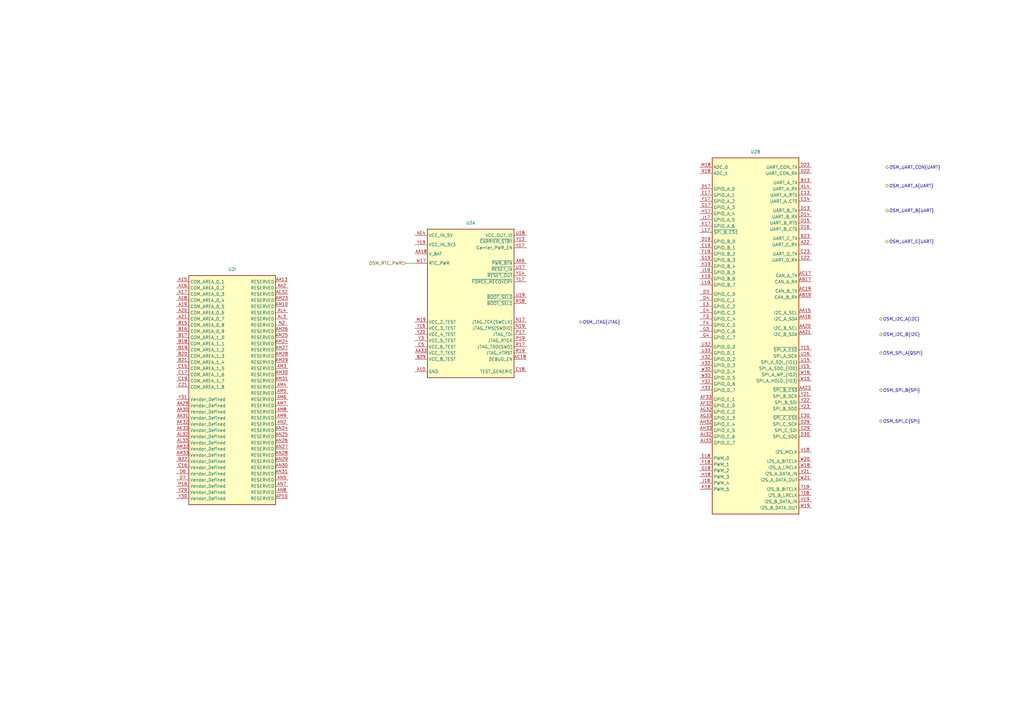
<source format=kicad_sch>
(kicad_sch (version 20250114) (generator "eeschema") (generator_version "9.0")
  (paper "A3")
  (title_block (title "BMC Reference Carrier Board") (date "2025-08-14") (rev "1.0.0"))
  (wire (pts (xy 166.37 107.95) (xy 170.18 107.95)))
  (hierarchical_label "OSM_UART_B{UART}" (shape bidirectional) (at 363.22 86.36 0))
  (hierarchical_label "OSM_SPI_C{SPI}" (shape bidirectional) (at 360.68 172.72 0))
  (hierarchical_label "OSM_UART_A{UART}" (shape bidirectional) (at 363.22 76.2 0))
  (hierarchical_label "OSM_I2C_B{I2C}" (shape bidirectional) (at 360.68 137.16 0))
  (hierarchical_label "OSM_JTAG{JTAG}" (shape bidirectional) (at 237.49 132.08 0))
  (hierarchical_label "OSM_SPI_A{QSPI}" (shape bidirectional) (at 360.68 144.78 0))
  (hierarchical_label "OSM_RTC_PWR" (shape input) (at 166.37 107.95 180))
  (hierarchical_label "OSM_SPI_B{SPI}" (shape bidirectional) (at 360.68 160.02 0))
  (hierarchical_label "OSM_I2C_A{I2C}" (shape bidirectional) (at 360.68 130.81 0))
  (hierarchical_label "OSM_UART_CON{UART}" (shape bidirectional) (at 363.22 68.58 0))
  (hierarchical_label "OSM_UART_C{UART}" (shape bidirectional) (at 363.22 99.06 0))
  (symbol (lib_id "antmicroModules:OSM-L_Carrier-side") (at 170.18 96.52 0) (unit 1)
    (property "Reference" "U2" (at 193.04 91.44 0))
    (property "Value" "OSM-L_Carrier-side" (effects (hide yes)))
    (property "Footprint" "antmicro-footprints:OSM-L_Carrier-side" (effects (hide yes)))
    (property "Datasheet" "https://sget.org/standards/osm/" (effects (hide yes)))
    (property "Description" "Open Standard Module (OSM)" (effects (hide yes)))
    (property "Author" "Antmicro" (effects (hide yes)))
    (property "License" "Apache-2.0" (effects (hide yes)))
  )
  (symbol (lib_id "antmicroModules:OSM-L_Carrier-side") (at 287.02 68.58 0) (unit 2)
    (property "Reference" "U2" (at 309.88 62.23 0))
    (property "Value" "OSM-L_Carrier-side" (effects (hide yes)))
    (property "Footprint" "antmicro-footprints:OSM-L_Carrier-side" (effects (hide yes)))
    (property "Datasheet" "https://sget.org/standards/osm/" (effects (hide yes)))
    (property "Description" "Open Standard Module (OSM)" (effects (hide yes)))
    (property "Author" "Antmicro" (effects (hide yes)))
    (property "License" "Apache-2.0" (effects (hide yes)))
    (pin "L17" (alternate "~{SPI_B_CS1}"))
  )
  (symbol (lib_id "antmicroModules:OSM-L_Carrier-side") (at 72.39 115.57 0) (unit 9)
    (property "Reference" "U2" (at 95.25 110.49 0))
    (property "Value" "OSM-L_Carrier-side" (effects (hide yes)))
    (property "Footprint" "antmicro-footprints:OSM-L_Carrier-side" (effects (hide yes)))
    (property "Datasheet" "https://sget.org/standards/osm/" (effects (hide yes)))
    (property "Description" "Open Standard Module (OSM)" (effects (hide yes)))
    (property "Author" "Antmicro" (effects (hide yes)))
    (property "License" "Apache-2.0" (effects (hide yes)))
  )
)
</source>
